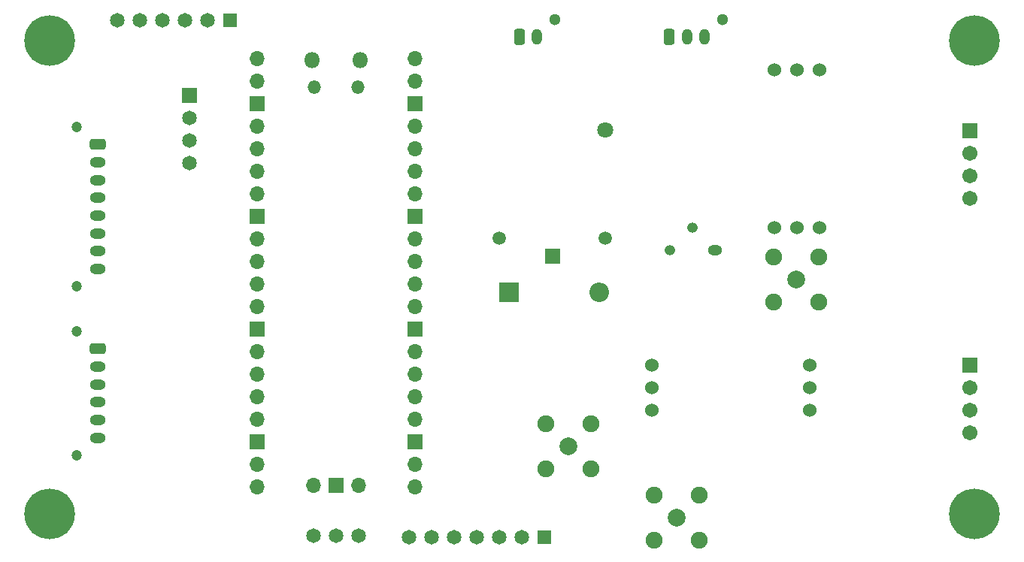
<source format=gbr>
%TF.GenerationSoftware,KiCad,Pcbnew,7.0.10*%
%TF.CreationDate,2024-03-29T22:24:31-04:00*%
%TF.ProjectId,WaveWise_Submersible,57617665-5769-4736-955f-5375626d6572,rev?*%
%TF.SameCoordinates,Original*%
%TF.FileFunction,Soldermask,Bot*%
%TF.FilePolarity,Negative*%
%FSLAX46Y46*%
G04 Gerber Fmt 4.6, Leading zero omitted, Abs format (unit mm)*
G04 Created by KiCad (PCBNEW 7.0.10) date 2024-03-29 22:24:31*
%MOMM*%
%LPD*%
G01*
G04 APERTURE LIST*
G04 Aperture macros list*
%AMRoundRect*
0 Rectangle with rounded corners*
0 $1 Rounding radius*
0 $2 $3 $4 $5 $6 $7 $8 $9 X,Y pos of 4 corners*
0 Add a 4 corners polygon primitive as box body*
4,1,4,$2,$3,$4,$5,$6,$7,$8,$9,$2,$3,0*
0 Add four circle primitives for the rounded corners*
1,1,$1+$1,$2,$3*
1,1,$1+$1,$4,$5*
1,1,$1+$1,$6,$7*
1,1,$1+$1,$8,$9*
0 Add four rect primitives between the rounded corners*
20,1,$1+$1,$2,$3,$4,$5,0*
20,1,$1+$1,$4,$5,$6,$7,0*
20,1,$1+$1,$6,$7,$8,$9,0*
20,1,$1+$1,$8,$9,$2,$3,0*%
G04 Aperture macros list end*
%ADD10R,1.651000X1.651000*%
%ADD11C,1.651000*%
%ADD12C,1.200000*%
%ADD13RoundRect,0.250000X-0.650000X0.350000X-0.650000X-0.350000X0.650000X-0.350000X0.650000X0.350000X0*%
%ADD14O,1.800000X1.200000*%
%ADD15O,1.600000X1.200000*%
%ADD16O,1.200000X1.200000*%
%ADD17C,2.006600*%
%ADD18C,1.905000*%
%ADD19R,1.803400X1.803400*%
%ADD20C,1.498600*%
%ADD21C,1.803400*%
%ADD22C,1.300000*%
%ADD23RoundRect,0.250000X-0.350000X-0.650000X0.350000X-0.650000X0.350000X0.650000X-0.350000X0.650000X0*%
%ADD24O,1.200000X1.800000*%
%ADD25C,1.524000*%
%ADD26O,1.800000X1.800000*%
%ADD27O,1.500000X1.500000*%
%ADD28O,1.700000X1.700000*%
%ADD29R,1.700000X1.700000*%
%ADD30RoundRect,0.102000X-0.754000X0.754000X-0.754000X-0.754000X0.754000X-0.754000X0.754000X0.754000X0*%
%ADD31C,1.712000*%
%ADD32R,1.650000X1.650000*%
%ADD33C,1.650000*%
%ADD34C,5.700000*%
%ADD35R,2.200000X2.200000*%
%ADD36O,2.200000X2.200000*%
G04 APERTURE END LIST*
D10*
%TO.C,J3*%
X58166000Y-36626800D03*
D11*
X58166000Y-39166800D03*
X58166000Y-41706800D03*
X58166000Y-44246800D03*
%TD*%
D12*
%TO.C,J7*%
X45468600Y-40174400D03*
X45468600Y-58174400D03*
D13*
X47868600Y-42174400D03*
D14*
X47868600Y-44174400D03*
X47868600Y-46174400D03*
X47868600Y-48174400D03*
X47868600Y-50174400D03*
X47868600Y-52174400D03*
X47868600Y-54174400D03*
X47868600Y-56174400D03*
%TD*%
D11*
%TO.C,J10*%
X72136000Y-86233000D03*
X74676000Y-86233000D03*
X77216000Y-86233000D03*
%TD*%
D15*
%TO.C,Q2*%
X117348000Y-54102000D03*
D16*
X114808000Y-51562000D03*
X112268000Y-54102000D03*
%TD*%
D17*
%TO.C,J4*%
X126479300Y-57404000D03*
D18*
X123926600Y-59956700D03*
X129032000Y-59956700D03*
X129032000Y-54851300D03*
X123926600Y-54851300D03*
%TD*%
D19*
%TO.C,K2*%
X99009200Y-54753050D03*
D20*
X105009199Y-52753049D03*
D21*
X105009199Y-40553851D03*
D20*
X93009201Y-52753049D03*
%TD*%
D17*
%TO.C,J1*%
X113017300Y-84201000D03*
D18*
X115570000Y-81648300D03*
X110464600Y-81648300D03*
X110464600Y-86753700D03*
X115570000Y-86753700D03*
%TD*%
D22*
%TO.C,J9*%
X118166400Y-28122800D03*
D23*
X112166400Y-30022800D03*
D24*
X114166400Y-30022800D03*
X116166400Y-30022800D03*
%TD*%
D25*
%TO.C,U4*%
X110236000Y-67056000D03*
X128016000Y-72136000D03*
X128016000Y-69596000D03*
X110236000Y-72136000D03*
X110236000Y-69596000D03*
X128016000Y-67056000D03*
%TD*%
D26*
%TO.C,U9*%
X71951000Y-32651000D03*
D27*
X72251000Y-35681000D03*
X77101000Y-35681000D03*
D26*
X77401000Y-32651000D03*
D28*
X65786000Y-32521000D03*
X65786000Y-35061000D03*
D29*
X65786000Y-37601000D03*
D28*
X65786000Y-40141000D03*
X65786000Y-42681000D03*
X65786000Y-45221000D03*
X65786000Y-47761000D03*
D29*
X65786000Y-50301000D03*
D28*
X65786000Y-52841000D03*
X65786000Y-55381000D03*
X65786000Y-57921000D03*
X65786000Y-60461000D03*
D29*
X65786000Y-63001000D03*
D28*
X65786000Y-65541000D03*
X65786000Y-68081000D03*
X65786000Y-70621000D03*
X65786000Y-73161000D03*
D29*
X65786000Y-75701000D03*
D28*
X65786000Y-78241000D03*
X65786000Y-80781000D03*
X83566000Y-80781000D03*
X83566000Y-78241000D03*
D29*
X83566000Y-75701000D03*
D28*
X83566000Y-73161000D03*
X83566000Y-70621000D03*
X83566000Y-68081000D03*
X83566000Y-65541000D03*
D29*
X83566000Y-63001000D03*
D28*
X83566000Y-60461000D03*
X83566000Y-57921000D03*
X83566000Y-55381000D03*
X83566000Y-52841000D03*
D29*
X83566000Y-50301000D03*
D28*
X83566000Y-47761000D03*
X83566000Y-45221000D03*
X83566000Y-42681000D03*
X83566000Y-40141000D03*
D29*
X83566000Y-37601000D03*
D28*
X83566000Y-35061000D03*
X83566000Y-32521000D03*
X72136000Y-80551000D03*
D29*
X74676000Y-80551000D03*
D28*
X77216000Y-80551000D03*
%TD*%
D30*
%TO.C,PS1*%
X146050000Y-67016000D03*
D31*
X146050000Y-69556000D03*
X146050000Y-72096000D03*
X146050000Y-74636000D03*
%TD*%
D32*
%TO.C,J13*%
X62738000Y-28194000D03*
D33*
X60198000Y-28194000D03*
X57658000Y-28194000D03*
X55118000Y-28194000D03*
X52578000Y-28194000D03*
X50038000Y-28194000D03*
%TD*%
D17*
%TO.C,J2*%
X100838000Y-76200000D03*
D18*
X103390700Y-78752700D03*
X103390700Y-73647300D03*
X98285300Y-73647300D03*
X98285300Y-78752700D03*
%TD*%
D34*
%TO.C,H1*%
X42418000Y-30480000D03*
%TD*%
D30*
%TO.C,PS2*%
X146050000Y-40640000D03*
D31*
X146050000Y-43180000D03*
X146050000Y-45720000D03*
X146050000Y-48260000D03*
%TD*%
D35*
%TO.C,D2*%
X94107000Y-58826400D03*
D36*
X104267000Y-58826400D03*
%TD*%
D32*
%TO.C,J8*%
X98145600Y-86410800D03*
D33*
X95605600Y-86410800D03*
X93065600Y-86410800D03*
X90525600Y-86410800D03*
X87985600Y-86410800D03*
X85445600Y-86410800D03*
X82905600Y-86410800D03*
%TD*%
D25*
%TO.C,U6*%
X124053600Y-51511200D03*
X129133600Y-33731200D03*
X126593600Y-33731200D03*
X129133600Y-51511200D03*
X126593600Y-51511200D03*
X124053600Y-33731200D03*
%TD*%
D12*
%TO.C,J11*%
X45417800Y-63205600D03*
X45417800Y-77205600D03*
D13*
X47817800Y-65205600D03*
D14*
X47817800Y-67205600D03*
X47817800Y-69205600D03*
X47817800Y-71205600D03*
X47817800Y-73205600D03*
X47817800Y-75205600D03*
%TD*%
D22*
%TO.C,J6*%
X99300800Y-28122800D03*
D23*
X95300800Y-30022800D03*
D24*
X97300800Y-30022800D03*
%TD*%
D34*
%TO.C,H2*%
X146558000Y-30480000D03*
%TD*%
%TO.C,H3*%
X42418000Y-83820000D03*
%TD*%
%TO.C,H4*%
X146558000Y-83820000D03*
%TD*%
M02*

</source>
